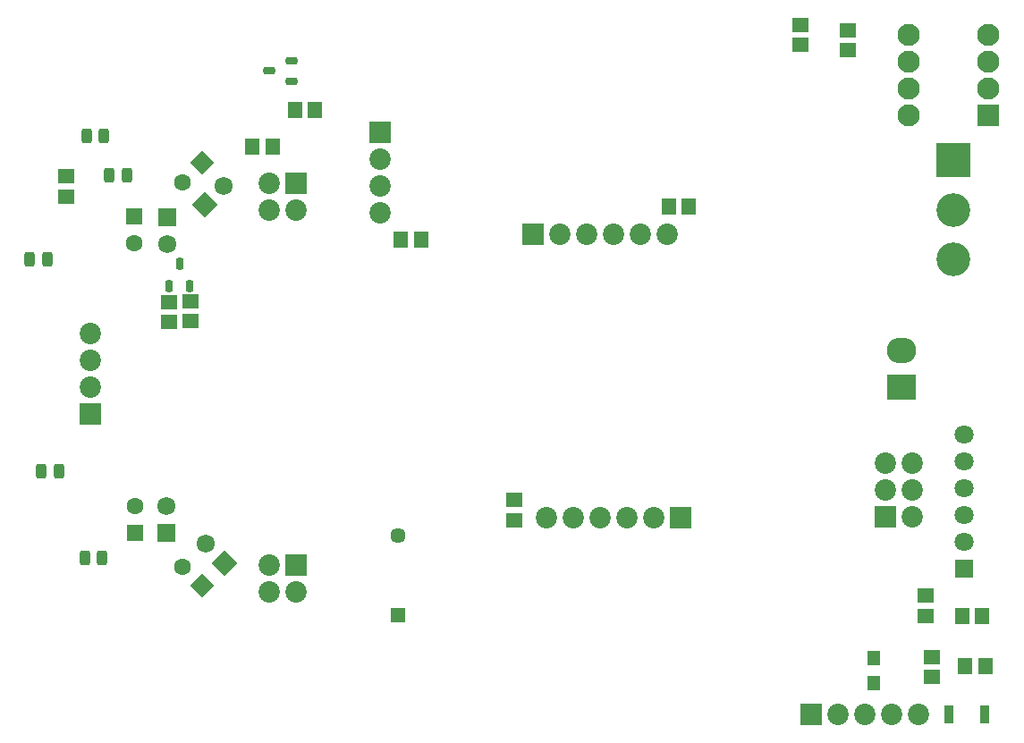
<source format=gbr>
G04 DipTrace 5.1.0.3*
G04 Âåðõíÿÿìàñêà.gbr*
%MOMM*%
G04 #@! TF.FileFunction,Soldermask,Top*
G04 #@! TF.Part,Single*
%AMOUTLINE7*
4,1,4,
0.00002,-1.13137,
-1.13137,-0.00002,
-0.00002,1.13137,
1.13137,0.00002,
0.00002,-1.13137,
0*%
%AMOUTLINE10*
4,1,4,
1.13137,0.0,
0.0,-1.13137,
-1.13137,0.0,
0.0,1.13137,
1.13137,0.0,
0*%
%AMOUTLINE19*
4,1,4,
0.0,1.21622,
1.21622,0.0,
0.0,-1.21622,
-1.21622,0.0,
0.0,1.21622,
0*%
%AMOUTLINE22*
4,1,4,
1.21622,0.00003,
0.00003,-1.21622,
-1.21622,-0.00003,
-0.00003,1.21622,
1.21622,0.00003,
0*%
%AMOUTLINE25*
4,1,28,
-0.15828,0.555,
0.15828,0.555,
0.20688,0.5486,
0.25522,0.52858,
0.29673,0.49673,
0.32858,0.45522,
0.3486,0.40688,
0.355,0.35828,
0.355,-0.35828,
0.3486,-0.40688,
0.32858,-0.45522,
0.29673,-0.49673,
0.25522,-0.52858,
0.20688,-0.5486,
0.15828,-0.555,
-0.15828,-0.555,
-0.20688,-0.5486,
-0.25522,-0.52858,
-0.29673,-0.49673,
-0.32858,-0.45522,
-0.3486,-0.40688,
-0.355,-0.35828,
-0.355,0.35828,
-0.3486,0.40688,
-0.32858,0.45522,
-0.29673,0.49673,
-0.25522,0.52858,
-0.20688,0.5486,
-0.15828,0.555,
0*%
%AMOUTLINE28*
4,1,28,
0.15828,-0.555,
-0.15828,-0.555,
-0.20688,-0.5486,
-0.25522,-0.52858,
-0.29673,-0.49673,
-0.32858,-0.45522,
-0.3486,-0.40688,
-0.355,-0.35828,
-0.355,0.35828,
-0.3486,0.40688,
-0.32858,0.45522,
-0.29673,0.49673,
-0.25522,0.52858,
-0.20688,0.5486,
-0.15828,0.555,
0.15828,0.555,
0.20688,0.5486,
0.25522,0.52858,
0.29673,0.49673,
0.32858,0.45522,
0.3486,0.40688,
0.355,0.35828,
0.355,-0.35828,
0.3486,-0.40688,
0.32858,-0.45522,
0.29673,-0.49673,
0.25522,-0.52858,
0.20688,-0.5486,
0.15828,-0.555,
0*%
%AMOUTLINE31*
4,1,28,
-0.555,-0.15828,
-0.555,0.15828,
-0.5486,0.20688,
-0.52858,0.25522,
-0.49673,0.29673,
-0.45522,0.32858,
-0.40688,0.3486,
-0.35828,0.355,
0.35828,0.355,
0.40688,0.3486,
0.45522,0.32858,
0.49673,0.29673,
0.52858,0.25522,
0.5486,0.20688,
0.555,0.15828,
0.555,-0.15828,
0.5486,-0.20688,
0.52858,-0.25522,
0.49673,-0.29673,
0.45522,-0.32858,
0.40688,-0.3486,
0.35828,-0.355,
-0.35828,-0.355,
-0.40688,-0.3486,
-0.45522,-0.32858,
-0.49673,-0.29673,
-0.52858,-0.25522,
-0.5486,-0.20688,
-0.555,-0.15828,
0*%
%AMOUTLINE34*
4,1,28,
0.555,0.15828,
0.555,-0.15828,
0.5486,-0.20688,
0.52858,-0.25522,
0.49673,-0.29673,
0.45522,-0.32858,
0.40688,-0.3486,
0.35828,-0.355,
-0.35828,-0.355,
-0.40688,-0.3486,
-0.45522,-0.32858,
-0.49673,-0.29673,
-0.52858,-0.25522,
-0.5486,-0.20688,
-0.555,-0.15828,
-0.555,0.15828,
-0.5486,0.20688,
-0.52858,0.25522,
-0.49673,0.29673,
-0.45522,0.32858,
-0.40688,0.3486,
-0.35828,0.355,
0.35828,0.355,
0.40688,0.3486,
0.45522,0.32858,
0.49673,0.29673,
0.52858,0.25522,
0.5486,0.20688,
0.555,0.15828,
0*%
%AMOUTLINE37*
4,1,28,
-0.22328,0.71,
0.22328,0.71,
0.28999,0.70122,
0.35522,0.6742,
0.41122,0.63122,
0.4542,0.57522,
0.48122,0.50999,
0.49,0.44328,
0.49,-0.44328,
0.48122,-0.50999,
0.4542,-0.57522,
0.41122,-0.63122,
0.35522,-0.6742,
0.28999,-0.70122,
0.22328,-0.71,
-0.22328,-0.71,
-0.28999,-0.70122,
-0.35522,-0.6742,
-0.41122,-0.63122,
-0.4542,-0.57522,
-0.48122,-0.50999,
-0.49,-0.44328,
-0.49,0.44328,
-0.48122,0.50999,
-0.4542,0.57522,
-0.41122,0.63122,
-0.35522,0.6742,
-0.28999,0.70122,
-0.22328,0.71,
0*%
%AMOUTLINE40*
4,1,28,
0.22328,-0.71,
-0.22328,-0.71,
-0.28999,-0.70122,
-0.35522,-0.6742,
-0.41122,-0.63122,
-0.4542,-0.57522,
-0.48122,-0.50999,
-0.49,-0.44328,
-0.49,0.44328,
-0.48122,0.50999,
-0.4542,0.57522,
-0.41122,0.63122,
-0.35522,0.6742,
-0.28999,0.70122,
-0.22328,0.71,
0.22328,0.71,
0.28999,0.70122,
0.35522,0.6742,
0.41122,0.63122,
0.4542,0.57522,
0.48122,0.50999,
0.49,0.44328,
0.49,-0.44328,
0.48122,-0.50999,
0.4542,-0.57522,
0.41122,-0.63122,
0.35522,-0.6742,
0.28999,-0.70122,
0.22328,-0.71,
0*%
%ADD64C,3.2*%
%ADD66R,3.2X3.2*%
%ADD68C,2.1*%
%ADD70R,2.1X2.1*%
%ADD72R,0.9X1.8*%
%ADD74R,1.72X1.72*%
%ADD76C,1.72*%
%ADD78C,1.45*%
%ADD80R,1.45X1.45*%
%ADD82R,1.2X1.35*%
%ADD84C,1.6*%
%ADD86R,1.6X1.6*%
%ADD92R,1.6X1.4*%
%ADD94R,1.4X1.6*%
%ADD96C,2.02*%
%ADD98R,2.02X2.02*%
%ADD100C,1.8*%
%ADD101R,1.8X1.8*%
%ADD102O,2.8X2.4*%
%ADD104R,2.8X2.4*%
%ADD116OUTLINE7*%
%ADD119OUTLINE10*%
%ADD128OUTLINE19*%
%ADD131OUTLINE22*%
%ADD134OUTLINE25*%
%ADD137OUTLINE28*%
%ADD140OUTLINE31*%
%ADD143OUTLINE34*%
%ADD146OUTLINE37*%
%ADD149OUTLINE40*%
%FSLAX35Y35*%
G04*
G71*
G90*
G75*
G01*
G04 TopMask*
%LPD*%
D104*
X9640860Y4376447D3*
D102*
X9640854Y4726447D3*
D101*
X10231134Y2663970D3*
D100*
X10231126Y2917970D3*
X10231118Y3171970D3*
X10231109Y3425970D3*
X10231101Y3679970D3*
X10231092Y3933970D3*
D98*
X4705236Y6793662D3*
D96*
X4705250Y6539662D3*
X4705264Y6285662D3*
X4705278Y6031662D3*
D92*
X1730534Y6375163D3*
X1730541Y6185163D3*
D86*
X2383541Y3000163D3*
D84*
X2383533Y3254163D3*
D82*
X9379717Y1577130D3*
X9379711Y1812130D3*
D86*
X2380996Y6000153D3*
D84*
X2381003Y5746153D3*
D116*
X3017242Y2500762D3*
D84*
X2837634Y2680363D3*
D119*
X3017240Y6500567D3*
D84*
X2837635Y6320962D3*
D98*
X3910077Y2690733D3*
D96*
X3656077Y2690726D3*
X3910083Y2436733D3*
X3656083Y2436726D3*
D98*
X9484710Y3152167D3*
D96*
X9738710D3*
X9484710Y3406167D3*
X9738710D3*
X9484710Y3660167D3*
X9738710D3*
D98*
X3910067Y6313757D3*
D96*
X3656067D3*
X3910067Y6059757D3*
X3656067D3*
D98*
X7550610Y3142604D3*
D96*
X7296610Y3142598D3*
X7042610Y3142593D3*
X6788610Y3142587D3*
X6534610Y3142582D3*
X6280610Y3142576D3*
D80*
X4875417Y2217843D3*
D78*
Y2977843D3*
D98*
X1964184Y4128074D3*
D96*
X1964179Y4382074D3*
X1964174Y4636074D3*
X1964170Y4890074D3*
D128*
X3232538Y2714661D3*
D76*
X3052933Y2894266D3*
D131*
X3046236Y6105360D3*
D76*
X3225837Y6284970D3*
D74*
X2681340Y2999263D3*
D76*
X2681333Y3253263D3*
D74*
X2689034Y5987163D3*
D76*
X2689039Y5733163D3*
D134*
X2710637Y5340163D3*
X2900637D3*
D137*
X2805637Y5551163D3*
D140*
X3869807Y7277947D3*
Y7467947D3*
D143*
X3658807Y7372947D3*
D146*
X1497603Y3585180D3*
D149*
X1666603D3*
D146*
X1386763Y5587927D3*
D149*
X1555763D3*
D92*
X5977835Y3311317D3*
X5977845Y3121317D3*
D94*
X7629113Y6088547D3*
X7439113Y6088540D3*
D146*
X1907037Y2762463D3*
D149*
X2076037D3*
D146*
X1923937Y6759660D3*
D149*
X2092937Y6759667D3*
D94*
X10217257Y2210104D3*
X10407257Y2210116D3*
D92*
X9928728Y1635247D3*
X9928719Y1825247D3*
X8686470Y7811933D3*
X8686483Y7621933D3*
X9130321Y7760350D3*
X9130326Y7570350D3*
X2912534Y5196363D3*
X2912539Y5006363D3*
X2703738Y4996063D3*
X2703735Y5186063D3*
D94*
X4901737Y5776854D3*
X5091737Y5776873D3*
X10245037Y1735650D3*
X10435037D3*
X3688333Y6657923D3*
X3498333D3*
X4086953Y7004809D3*
X3896953Y7004805D3*
D92*
X9871383Y2402703D3*
X9871391Y2212703D3*
D146*
X2140937Y6382361D3*
D149*
X2309937Y6382366D3*
D98*
X6150754Y5827925D3*
D96*
X6404754Y5827932D3*
X6658754Y5827940D3*
X6912754Y5827947D3*
X7166754Y5827955D3*
X7420754Y5827962D3*
D72*
X10092261Y1278536D3*
X10432261Y1278546D3*
D70*
X10464706Y6953552D3*
D68*
X10464698Y7207552D3*
X10464739Y7461552D3*
X10464731Y7715552D3*
X9710431Y7715527D3*
X9710439Y7461527D3*
X9710448Y7207527D3*
X9710456Y6953527D3*
D66*
X10129747Y6526743D3*
D64*
Y6056743D3*
X10129746Y5586743D3*
D98*
X8782630Y1278540D3*
D96*
X9036630D3*
X9290630D3*
X9544630D3*
X9798630D3*
M02*

</source>
